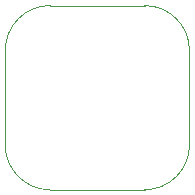
<source format=gbr>
G04 #@! TF.FileFunction,Profile,NP*
%FSLAX46Y46*%
G04 Gerber Fmt 4.6, Leading zero omitted, Abs format (unit mm)*
G04 Created by KiCad (PCBNEW (2015-08-15 BZR 6092)-product) date 1/30/2016 9:52:26 PM*
%MOMM*%
G01*
G04 APERTURE LIST*
%ADD10C,0.100000*%
G04 APERTURE END LIST*
D10*
X155200000Y-109000000D02*
X155200000Y-101000000D01*
X170800000Y-101000000D02*
X170800000Y-109000000D01*
X159000000Y-112800000D02*
X167000000Y-112800000D01*
X159000000Y-97200000D02*
X167000000Y-97200000D01*
X167000000Y-112800000D02*
G75*
G03X170800000Y-109000000I0J3800000D01*
G01*
X170800000Y-101000000D02*
G75*
G03X167000000Y-97200000I-3800000J0D01*
G01*
X155200000Y-109000000D02*
G75*
G03X159000000Y-112800000I3800000J0D01*
G01*
X159000000Y-97200000D02*
G75*
G03X155200000Y-101000000I0J-3800000D01*
G01*
M02*

</source>
